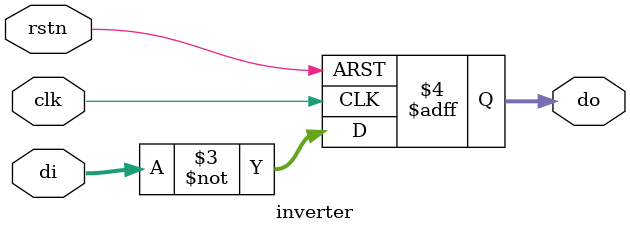
<source format=v>
module inverter(
    input               clk,
    input               rstn,   // low active
    input       [15:0]  di,     // data input
    output reg  [15:0]  do      // data output
);

always @(posedge clk or negedge rstn) begin
    if (!rstn)  do <= 16'b0;
    else        do <= ~di;
end

endmodule

</source>
